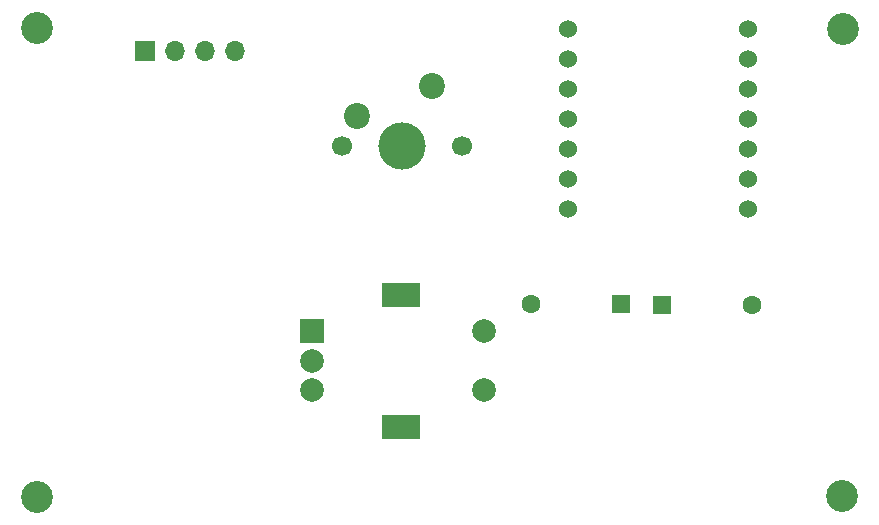
<source format=gbr>
%TF.GenerationSoftware,KiCad,Pcbnew,9.0.2*%
%TF.CreationDate,2025-06-27T15:59:55-04:00*%
%TF.ProjectId,PassPad_KiCAD,50617373-5061-4645-9f4b-694341442e6b,rev?*%
%TF.SameCoordinates,Original*%
%TF.FileFunction,Soldermask,Bot*%
%TF.FilePolarity,Negative*%
%FSLAX46Y46*%
G04 Gerber Fmt 4.6, Leading zero omitted, Abs format (unit mm)*
G04 Created by KiCad (PCBNEW 9.0.2) date 2025-06-27 15:59:55*
%MOMM*%
%LPD*%
G01*
G04 APERTURE LIST*
G04 Aperture macros list*
%AMRoundRect*
0 Rectangle with rounded corners*
0 $1 Rounding radius*
0 $2 $3 $4 $5 $6 $7 $8 $9 X,Y pos of 4 corners*
0 Add a 4 corners polygon primitive as box body*
4,1,4,$2,$3,$4,$5,$6,$7,$8,$9,$2,$3,0*
0 Add four circle primitives for the rounded corners*
1,1,$1+$1,$2,$3*
1,1,$1+$1,$4,$5*
1,1,$1+$1,$6,$7*
1,1,$1+$1,$8,$9*
0 Add four rect primitives between the rounded corners*
20,1,$1+$1,$2,$3,$4,$5,0*
20,1,$1+$1,$4,$5,$6,$7,0*
20,1,$1+$1,$6,$7,$8,$9,0*
20,1,$1+$1,$8,$9,$2,$3,0*%
G04 Aperture macros list end*
%ADD10C,2.700000*%
%ADD11C,1.524000*%
%ADD12C,1.700000*%
%ADD13C,4.000000*%
%ADD14C,2.200000*%
%ADD15C,2.000000*%
%ADD16R,3.200000X2.000000*%
%ADD17R,2.000000X2.000000*%
%ADD18R,1.700000X1.700000*%
%ADD19O,1.700000X1.700000*%
%ADD20RoundRect,0.250000X0.550000X0.550000X-0.550000X0.550000X-0.550000X-0.550000X0.550000X-0.550000X0*%
%ADD21C,1.600000*%
%ADD22RoundRect,0.250000X-0.550000X-0.550000X0.550000X-0.550000X0.550000X0.550000X-0.550000X0.550000X0*%
G04 APERTURE END LIST*
D10*
%TO.C,H4*%
X166241551Y-71889468D03*
%TD*%
%TO.C,H3*%
X166186859Y-111475774D03*
%TD*%
%TO.C,H2*%
X98017649Y-111507208D03*
%TD*%
%TO.C,H1*%
X98056834Y-71858552D03*
%TD*%
D11*
%TO.C,U1*%
X142969086Y-71894350D03*
X142969086Y-74434350D03*
X142969086Y-76974350D03*
X142969086Y-79514350D03*
X142969086Y-82054350D03*
X142969086Y-84594350D03*
X142969086Y-87134350D03*
X158209086Y-87134350D03*
X158209086Y-84594350D03*
X158209086Y-82054350D03*
X158209086Y-79514350D03*
X158209086Y-76974350D03*
X158209086Y-74434350D03*
X158209086Y-71894350D03*
%TD*%
D12*
%TO.C,SW2*%
X123823450Y-81821028D03*
D13*
X128903450Y-81821028D03*
D12*
X133983450Y-81821028D03*
D14*
X131443450Y-76741028D03*
X125093450Y-79281028D03*
%TD*%
D15*
%TO.C,SW1*%
X135837500Y-102512500D03*
X135837500Y-97512500D03*
D16*
X128837500Y-105612500D03*
X128837500Y-94412500D03*
D15*
X121337500Y-102512500D03*
X121337500Y-100012500D03*
D17*
X121337500Y-97512500D03*
%TD*%
D18*
%TO.C,J1*%
X107156250Y-73818750D03*
D19*
X109696250Y-73818750D03*
X112236250Y-73818750D03*
X114776250Y-73818750D03*
%TD*%
D20*
%TO.C,D3*%
X147442889Y-95218922D03*
D21*
X139822889Y-95218922D03*
%TD*%
D22*
%TO.C,D1*%
X150971250Y-95250000D03*
D21*
X158591250Y-95250000D03*
%TD*%
M02*

</source>
